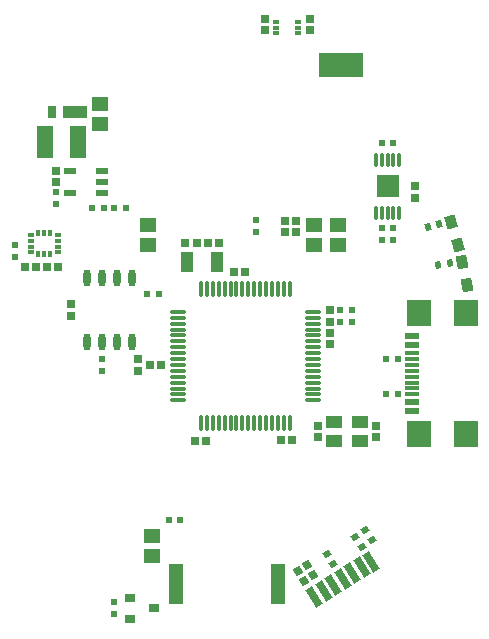
<source format=gbp>
G04*
G04 #@! TF.GenerationSoftware,Altium Limited,Altium Designer,22.7.1 (60)*
G04*
G04 Layer_Color=128*
%FSLAX25Y25*%
%MOIN*%
G70*
G04*
G04 #@! TF.SameCoordinates,BCCB9F90-4AA1-44C7-A5C0-69E822051F84*
G04*
G04*
G04 #@! TF.FilePolarity,Positive*
G04*
G01*
G75*
%ADD33R,0.02400X0.01950*%
%ADD34R,0.01369X0.02362*%
G04:AMPARAMS|DCode=35|XSize=68.5mil|YSize=25.2mil|CornerRadius=0mil|HoleSize=0mil|Usage=FLASHONLY|Rotation=122.000|XOffset=0mil|YOffset=0mil|HoleType=Round|Shape=Rectangle|*
%AMROTATEDRECTD35*
4,1,4,0.02884,-0.02237,0.00747,-0.03572,-0.02884,0.02237,-0.00747,0.03572,0.02884,-0.02237,0.0*
%
%ADD35ROTATEDRECTD35*%

%ADD36R,0.05512X0.04331*%
%ADD37R,0.03937X0.07087*%
%ADD39R,0.02362X0.01369*%
%ADD40R,0.07441X0.07205*%
%ADD41O,0.01181X0.05315*%
%ADD42R,0.02047X0.01181*%
%ADD43O,0.02362X0.05709*%
%ADD44R,0.03937X0.02165*%
%ADD45O,0.01181X0.05512*%
%ADD46O,0.05512X0.01181*%
%ADD47R,0.15000X0.08000*%
%ADD48R,0.01950X0.02400*%
G04:AMPARAMS|DCode=49|XSize=24mil|YSize=19.5mil|CornerRadius=0mil|HoleSize=0mil|Usage=FLASHONLY|Rotation=212.000|XOffset=0mil|YOffset=0mil|HoleType=Round|Shape=Rectangle|*
%AMROTATEDRECTD49*
4,1,4,0.00501,0.01463,0.01534,-0.00191,-0.00501,-0.01463,-0.01534,0.00191,0.00501,0.01463,0.0*
%
%ADD49ROTATEDRECTD49*%

G04:AMPARAMS|DCode=50|XSize=24mil|YSize=19.5mil|CornerRadius=0mil|HoleSize=0mil|Usage=FLASHONLY|Rotation=106.000|XOffset=0mil|YOffset=0mil|HoleType=Round|Shape=Rectangle|*
%AMROTATEDRECTD50*
4,1,4,0.01268,-0.00885,-0.00607,-0.01422,-0.01268,0.00885,0.00607,0.01422,0.01268,-0.00885,0.0*
%
%ADD50ROTATEDRECTD50*%

G04:AMPARAMS|DCode=51|XSize=24mil|YSize=19.5mil|CornerRadius=0mil|HoleSize=0mil|Usage=FLASHONLY|Rotation=101.500|XOffset=0mil|YOffset=0mil|HoleType=Round|Shape=Rectangle|*
%AMROTATEDRECTD51*
4,1,4,0.01195,-0.00982,-0.00716,-0.01370,-0.01195,0.00982,0.00716,0.01370,0.01195,-0.00982,0.0*
%
%ADD51ROTATEDRECTD51*%

%ADD52R,0.03543X0.03150*%
%ADD53R,0.05433X0.10709*%
%ADD54R,0.07874X0.08583*%
%ADD55R,0.04528X0.02362*%
%ADD56R,0.04528X0.01181*%
G04:AMPARAMS|DCode=57|XSize=35.43mil|YSize=43.31mil|CornerRadius=0mil|HoleSize=0mil|Usage=FLASHONLY|Rotation=196.000|XOffset=0mil|YOffset=0mil|HoleType=Round|Shape=Rectangle|*
%AMROTATEDRECTD57*
4,1,4,0.01106,0.02570,0.02300,-0.01593,-0.01106,-0.02570,-0.02300,0.01593,0.01106,0.02570,0.0*
%
%ADD57ROTATEDRECTD57*%

%ADD58R,0.03150X0.03937*%
%ADD59R,0.07874X0.04331*%
G04:AMPARAMS|DCode=60|XSize=35.43mil|YSize=43.31mil|CornerRadius=0mil|HoleSize=0mil|Usage=FLASHONLY|Rotation=191.500|XOffset=0mil|YOffset=0mil|HoleType=Round|Shape=Rectangle|*
%AMROTATEDRECTD60*
4,1,4,0.01304,0.02475,0.02168,-0.01769,-0.01304,-0.02475,-0.02168,0.01769,0.01304,0.02475,0.0*
%
%ADD60ROTATEDRECTD60*%

%ADD61R,0.02558X0.02677*%
G04:AMPARAMS|DCode=62|XSize=26.77mil|YSize=25.58mil|CornerRadius=0mil|HoleSize=0mil|Usage=FLASHONLY|Rotation=302.000|XOffset=0mil|YOffset=0mil|HoleType=Round|Shape=Rectangle|*
%AMROTATEDRECTD62*
4,1,4,-0.01794,0.00458,0.00375,0.01813,0.01794,-0.00458,-0.00375,-0.01813,-0.01794,0.00458,0.0*
%
%ADD62ROTATEDRECTD62*%

%ADD63R,0.05709X0.04921*%
%ADD64R,0.02677X0.02558*%
%ADD65R,0.05118X0.13386*%
D33*
X114816Y234514D02*
D03*
Y230564D02*
D03*
X236945Y236157D02*
D03*
Y240107D02*
D03*
X240882D02*
D03*
Y236157D02*
D03*
X195055Y238927D02*
D03*
Y242877D02*
D03*
X147612Y115361D02*
D03*
Y111411D02*
D03*
X128264Y248178D02*
D03*
Y252128D02*
D03*
X143894Y196522D02*
D03*
Y192572D02*
D03*
D34*
X122531Y238543D02*
D03*
X126469D02*
D03*
X124500D02*
D03*
X122531Y231457D02*
D03*
X124500D02*
D03*
X126469D02*
D03*
D35*
X230257Y127028D02*
D03*
X227085Y125046D02*
D03*
X233428Y129010D02*
D03*
X223913Y123064D02*
D03*
X220741Y121082D02*
D03*
X217569Y119100D02*
D03*
X214397Y117119D02*
D03*
D36*
X229689Y169153D02*
D03*
Y175453D02*
D03*
X221028Y169153D02*
D03*
Y175453D02*
D03*
D37*
X182043Y229004D02*
D03*
X172201D02*
D03*
D39*
X119972Y237953D02*
D03*
Y235984D02*
D03*
Y234016D02*
D03*
Y232047D02*
D03*
X129028D02*
D03*
Y234016D02*
D03*
Y235984D02*
D03*
Y237953D02*
D03*
D40*
X238913Y254077D02*
D03*
D41*
X234976Y262837D02*
D03*
X236945D02*
D03*
X238913D02*
D03*
X240882D02*
D03*
X242850D02*
D03*
X234976Y245317D02*
D03*
X236945D02*
D03*
X238913D02*
D03*
X240882D02*
D03*
X242850D02*
D03*
D42*
X209201Y308968D02*
D03*
Y307000D02*
D03*
Y305031D02*
D03*
X201799Y308968D02*
D03*
Y307000D02*
D03*
Y305031D02*
D03*
D43*
X138724Y223583D02*
D03*
X143724D02*
D03*
X148724D02*
D03*
X153724D02*
D03*
X138724Y202126D02*
D03*
X143724D02*
D03*
X148724D02*
D03*
X153724D02*
D03*
D44*
X133185Y259310D02*
D03*
Y251829D02*
D03*
X143815D02*
D03*
Y255569D02*
D03*
Y259310D02*
D03*
D45*
X176736Y219941D02*
D03*
X178705D02*
D03*
X180673D02*
D03*
X182642D02*
D03*
X184610D02*
D03*
X186579D02*
D03*
X188547D02*
D03*
X190516D02*
D03*
X192484D02*
D03*
X194453D02*
D03*
X196421D02*
D03*
X198390D02*
D03*
X200358D02*
D03*
X202327D02*
D03*
X204295D02*
D03*
X206264D02*
D03*
Y175059D02*
D03*
X204295D02*
D03*
X202327D02*
D03*
X200358D02*
D03*
X198390D02*
D03*
X196421D02*
D03*
X194453D02*
D03*
X192484D02*
D03*
X190516D02*
D03*
X188547D02*
D03*
X186579D02*
D03*
X184610D02*
D03*
X182642D02*
D03*
X180673D02*
D03*
X178705D02*
D03*
X176736D02*
D03*
D46*
X213941Y212264D02*
D03*
Y210295D02*
D03*
Y208327D02*
D03*
Y206358D02*
D03*
Y204390D02*
D03*
Y202421D02*
D03*
Y200453D02*
D03*
Y198484D02*
D03*
Y196516D02*
D03*
Y194547D02*
D03*
Y192579D02*
D03*
Y190610D02*
D03*
Y188642D02*
D03*
Y186673D02*
D03*
Y184705D02*
D03*
Y182736D02*
D03*
X169059D02*
D03*
Y184705D02*
D03*
Y186673D02*
D03*
Y188642D02*
D03*
Y190610D02*
D03*
Y192579D02*
D03*
Y194547D02*
D03*
Y196516D02*
D03*
Y198484D02*
D03*
Y200453D02*
D03*
Y202421D02*
D03*
Y204390D02*
D03*
Y206358D02*
D03*
Y208327D02*
D03*
Y210295D02*
D03*
Y212264D02*
D03*
D47*
X223500Y294500D02*
D03*
D48*
X162569Y218110D02*
D03*
X158619D02*
D03*
X236938Y268447D02*
D03*
X240888D02*
D03*
X238391Y184756D02*
D03*
X242341D02*
D03*
X238391Y196567D02*
D03*
X242341D02*
D03*
X140545Y246707D02*
D03*
X144495D02*
D03*
X169863Y142717D02*
D03*
X165913D02*
D03*
X147631Y246707D02*
D03*
X151581D02*
D03*
X227136Y208917D02*
D03*
X223186D02*
D03*
Y212854D02*
D03*
X227136D02*
D03*
D49*
X231499Y139426D02*
D03*
X233592Y136076D02*
D03*
X220737Y128044D02*
D03*
X218644Y131393D02*
D03*
X228160Y137339D02*
D03*
X230253Y133990D02*
D03*
D50*
X256105Y241590D02*
D03*
X252308Y240501D02*
D03*
D51*
X259636Y228652D02*
D03*
X255765Y227865D02*
D03*
D52*
X160900Y113386D02*
D03*
X153026Y116929D02*
D03*
Y109843D02*
D03*
D53*
X135587Y268955D02*
D03*
X124878D02*
D03*
D54*
X264910Y171528D02*
D03*
X249437D02*
D03*
X264910Y211764D02*
D03*
X249437D02*
D03*
D55*
X247174Y179048D02*
D03*
Y182197D02*
D03*
Y204244D02*
D03*
Y201095D02*
D03*
D56*
Y184756D02*
D03*
Y186725D02*
D03*
Y188693D02*
D03*
Y190662D02*
D03*
Y192630D02*
D03*
Y194599D02*
D03*
Y196567D02*
D03*
Y198536D02*
D03*
D57*
X260230Y242178D02*
D03*
X262400Y234609D02*
D03*
D58*
X127161Y278798D02*
D03*
D59*
X134642D02*
D03*
D60*
X263806Y228858D02*
D03*
X265375Y221142D02*
D03*
D61*
X125382Y227028D02*
D03*
X129128D02*
D03*
X121648Y227028D02*
D03*
X117902D02*
D03*
X159706Y194547D02*
D03*
X163452D02*
D03*
X178989Y235106D02*
D03*
X182735D02*
D03*
X178345Y169350D02*
D03*
X174600D02*
D03*
X187659Y225650D02*
D03*
X191404D02*
D03*
X207152Y169410D02*
D03*
X203407D02*
D03*
X175255Y235106D02*
D03*
X171509D02*
D03*
D62*
X211007Y122436D02*
D03*
X214183Y124421D02*
D03*
X208921Y125775D02*
D03*
X212097Y127760D02*
D03*
D63*
X159228Y234405D02*
D03*
Y241098D02*
D03*
X222319Y234405D02*
D03*
Y241098D02*
D03*
X214445Y234405D02*
D03*
Y241098D02*
D03*
X143224Y274866D02*
D03*
Y281559D02*
D03*
X160408Y130709D02*
D03*
Y137402D02*
D03*
D64*
X247969Y254077D02*
D03*
Y250331D02*
D03*
X208539Y238832D02*
D03*
Y242578D02*
D03*
X204602Y238832D02*
D03*
Y242578D02*
D03*
X198079Y306111D02*
D03*
Y309857D02*
D03*
X212921Y306111D02*
D03*
Y309857D02*
D03*
X133429Y210981D02*
D03*
Y214727D02*
D03*
X128264Y255564D02*
D03*
Y259310D02*
D03*
X215713Y174176D02*
D03*
Y170430D02*
D03*
X219650Y212759D02*
D03*
Y209013D02*
D03*
X235004Y170430D02*
D03*
Y174176D02*
D03*
X155870Y192674D02*
D03*
Y196420D02*
D03*
X219650Y201533D02*
D03*
Y205278D02*
D03*
D65*
X202534Y121653D02*
D03*
X168282D02*
D03*
M02*

</source>
